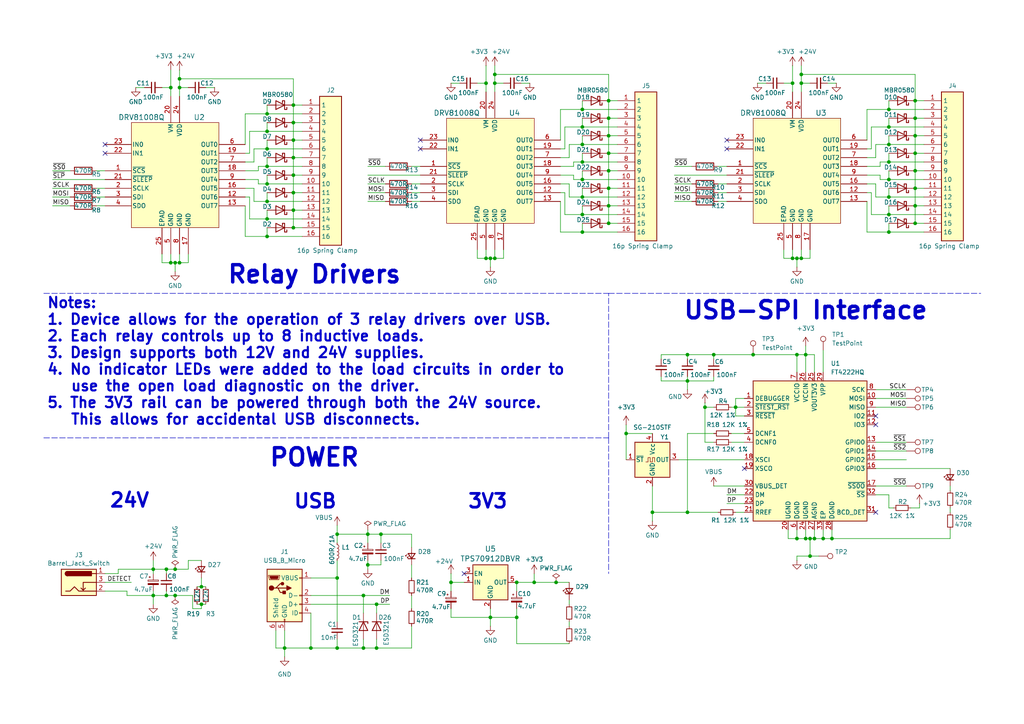
<source format=kicad_sch>
(kicad_sch (version 20231120) (generator "eeschema") (generator_version "8.0")
  (paper "A4")
  (junction (at 140.97 24.13))
  (junction (at 77.47 53.34))
  (junction (at 105.41 187.96))
  (junction (at 257.81 57.15))
  (junction (at 257.81 41.91))
  (junction (at 154.94 168.91))
  (junction (at 168.91 46.99))
  (junction (at 234.95 161.29))
  (junction (at 233.68 102.87))
  (junction (at 77.47 38.1))
  (junction (at 97.79 154.94))
  (junction (at 105.41 172.72))
  (junction (at 77.47 63.5))
  (junction (at 204.47 118.11))
  (junction (at 257.81 31.75))
  (junction (at 231.14 102.87))
  (junction (at 234.95 156.21))
  (junction (at 199.39 148.59))
  (junction (at 232.41 21.59))
  (junction (at 176.53 49.53))
  (junction (at 238.76 156.21))
  (junction (at 109.22 175.26))
  (junction (at 85.09 30.48))
  (junction (at 49.53 76.2))
  (junction (at 181.61 125.73))
  (junction (at 149.86 168.91))
  (junction (at 44.45 165.1))
  (junction (at 176.53 39.37))
  (junction (at 106.68 163.83))
  (junction (at 85.09 35.56))
  (junction (at 265.43 44.45))
  (junction (at 106.68 154.94))
  (junction (at 213.36 118.11))
  (junction (at 143.51 24.13))
  (junction (at 50.8 76.2))
  (junction (at 232.41 24.13))
  (junction (at 257.81 46.99))
  (junction (at 176.53 29.21))
  (junction (at 77.47 43.18))
  (junction (at 77.47 58.42))
  (junction (at 85.09 50.8))
  (junction (at 265.43 49.53))
  (junction (at 241.3 156.21))
  (junction (at 231.14 156.21))
  (junction (at 44.45 172.72))
  (junction (at 189.23 148.59))
  (junction (at 90.17 187.96))
  (junction (at 265.43 54.61))
  (junction (at 77.47 48.26))
  (junction (at 109.22 187.96))
  (junction (at 97.79 187.96))
  (junction (at 149.86 179.07))
  (junction (at 168.91 62.23))
  (junction (at 265.43 39.37))
  (junction (at 142.24 179.07))
  (junction (at 199.39 102.87))
  (junction (at 143.51 21.59))
  (junction (at 85.09 60.96))
  (junction (at 218.44 102.87))
  (junction (at 168.91 31.75))
  (junction (at 236.22 156.21))
  (junction (at 233.68 156.21))
  (junction (at 199.39 110.49))
  (junction (at 229.87 24.13))
  (junction (at 168.91 36.83))
  (junction (at 49.53 25.4))
  (junction (at 85.09 55.88))
  (junction (at 143.51 74.93))
  (junction (at 232.41 74.93))
  (junction (at 265.43 59.69))
  (junction (at 168.91 57.15))
  (junction (at 176.53 64.77))
  (junction (at 257.81 62.23))
  (junction (at 52.07 25.4))
  (junction (at 176.53 59.69))
  (junction (at 231.14 74.93))
  (junction (at 77.47 33.02))
  (junction (at 58.42 175.26))
  (junction (at 265.43 34.29))
  (junction (at 176.53 44.45))
  (junction (at 161.29 168.91))
  (junction (at 257.81 36.83))
  (junction (at 52.07 76.2))
  (junction (at 130.81 168.91))
  (junction (at 176.53 54.61))
  (junction (at 207.01 102.87))
  (junction (at 257.81 52.07))
  (junction (at 168.91 52.07))
  (junction (at 168.91 41.91))
  (junction (at 82.55 187.96))
  (junction (at 229.87 74.93))
  (junction (at 168.91 67.31))
  (junction (at 85.09 45.72))
  (junction (at 77.47 68.58))
  (junction (at 140.97 74.93))
  (junction (at 142.24 74.93))
  (junction (at 52.07 22.86))
  (junction (at 48.26 165.1))
  (junction (at 48.26 172.72))
  (junction (at 176.53 34.29))
  (junction (at 265.43 29.21))
  (junction (at 110.49 154.94))
  (junction (at 50.8 172.72))
  (junction (at 85.09 66.04))
  (junction (at 257.81 67.31))
  (junction (at 50.8 165.1))
  (junction (at 58.42 170.18))
  (junction (at 97.79 167.64))
  (junction (at 85.09 40.64))
  (junction (at 265.43 64.77))
  (no_connect (at 210.82 40.64))
  (no_connect (at 254 120.65))
  (no_connect (at 30.48 41.91))
  (no_connect (at 30.48 44.45))
  (no_connect (at 121.92 40.64))
  (no_connect (at 254 123.19))
  (no_connect (at 134.62 166.37))
  (no_connect (at 254 148.59))
  (no_connect (at 121.92 43.18))
  (no_connect (at 215.9 135.89))
  (no_connect (at 210.82 43.18))
  (wire (pts (xy 252.73 55.88) (xy 252.73 62.23)))
  (wire (pts (xy 71.12 33.02) (xy 77.47 33.02)))
  (wire (pts (xy 257.81 57.15) (xy 257.81 54.61)))
  (wire (pts (xy 165.1 53.34) (xy 165.1 57.15)))
  (wire (pts (xy 254 135.89) (xy 275.59 135.89)))
  (wire (pts (xy 48.26 165.1) (xy 48.26 166.37)))
  (wire (pts (xy 71.12 59.69) (xy 71.12 68.58)))
  (wire (pts (xy 265.43 44.45) (xy 267.97 44.45)))
  (wire (pts (xy 140.97 24.13) (xy 140.97 26.67)))
  (wire (pts (xy 44.45 165.1) (xy 48.26 165.1)))
  (wire (pts (xy 162.56 31.75) (xy 168.91 31.75)))
  (wire (pts (xy 74.93 48.26) (xy 77.47 48.26)))
  (wire (pts (xy 168.91 57.15) (xy 179.07 57.15)))
  (wire (pts (xy 251.46 53.34) (xy 254 53.34)))
  (wire (pts (xy 168.91 62.23) (xy 179.07 62.23)))
  (wire (pts (xy 109.22 175.26) (xy 113.03 175.26)))
  (wire (pts (xy 227.33 24.13) (xy 229.87 24.13)))
  (wire (pts (xy 166.37 48.26) (xy 166.37 46.99)))
  (wire (pts (xy 82.55 187.96) (xy 90.17 187.96)))
  (wire (pts (xy 52.07 22.86) (xy 52.07 25.4)))
  (wire (pts (xy 36.83 171.45) (xy 30.48 171.45)))
  (wire (pts (xy 176.53 44.45) (xy 176.53 49.53)))
  (wire (pts (xy 71.12 41.91) (xy 71.12 33.02)))
  (wire (pts (xy 227.33 74.93) (xy 229.87 74.93)))
  (wire (pts (xy 231.14 74.93) (xy 232.41 74.93)))
  (wire (pts (xy 109.22 187.96) (xy 119.38 187.96)))
  (wire (pts (xy 105.41 187.96) (xy 97.79 187.96)))
  (wire (pts (xy 52.07 73.66) (xy 52.07 76.2)))
  (wire (pts (xy 46.99 73.66) (xy 46.99 76.2)))
  (wire (pts (xy 232.41 21.59) (xy 232.41 24.13)))
  (wire (pts (xy 238.76 156.21) (xy 241.3 156.21)))
  (wire (pts (xy 119.38 154.94) (xy 119.38 158.75)))
  (wire (pts (xy 168.91 67.31) (xy 179.07 67.31)))
  (wire (pts (xy 265.43 59.69) (xy 267.97 59.69)))
  (wire (pts (xy 110.49 154.94) (xy 110.49 157.48)))
  (wire (pts (xy 232.41 21.59) (xy 265.43 21.59)))
  (wire (pts (xy 55.88 172.72) (xy 50.8 172.72)))
  (wire (pts (xy 208.28 53.34) (xy 210.82 53.34)))
  (wire (pts (xy 234.95 156.21) (xy 234.95 161.29)))
  (wire (pts (xy 34.29 166.37) (xy 30.48 166.37)))
  (wire (pts (xy 251.46 31.75) (xy 257.81 31.75)))
  (wire (pts (xy 265.43 39.37) (xy 265.43 44.45)))
  (wire (pts (xy 49.53 25.4) (xy 49.53 27.94)))
  (wire (pts (xy 46.99 25.4) (xy 49.53 25.4)))
  (wire (pts (xy 71.12 57.15) (xy 72.39 57.15)))
  (wire (pts (xy 130.81 24.13) (xy 133.35 24.13)))
  (polyline (pts (xy 176.53 85.09) (xy 284.48 85.09)) (stroke (width 0) (type dash)))
  (wire (pts (xy 77.47 68.58) (xy 87.63 68.58)))
  (wire (pts (xy 50.8 165.1) (xy 54.61 165.1)))
  (wire (pts (xy 80.01 182.88) (xy 80.01 187.96)))
  (wire (pts (xy 275.59 147.32) (xy 275.59 148.59)))
  (wire (pts (xy 50.8 76.2) (xy 52.07 76.2)))
  (wire (pts (xy 143.51 72.39) (xy 143.51 74.93)))
  (wire (pts (xy 58.42 167.64) (xy 58.42 170.18)))
  (wire (pts (xy 74.93 53.34) (xy 77.47 53.34)))
  (wire (pts (xy 105.41 185.42) (xy 105.41 187.96)))
  (wire (pts (xy 71.12 46.99) (xy 73.66 46.99)))
  (wire (pts (xy 208.28 55.88) (xy 210.82 55.88)))
  (wire (pts (xy 85.09 60.96) (xy 87.63 60.96)))
  (wire (pts (xy 109.22 185.42) (xy 109.22 187.96)))
  (wire (pts (xy 54.61 162.56) (xy 58.42 162.56)))
  (wire (pts (xy 49.53 20.32) (xy 49.53 25.4)))
  (wire (pts (xy 58.42 175.26) (xy 58.42 176.53)))
  (wire (pts (xy 168.91 52.07) (xy 168.91 49.53)))
  (wire (pts (xy 52.07 20.32) (xy 52.07 22.86)))
  (wire (pts (xy 233.68 102.87) (xy 233.68 107.95)))
  (wire (pts (xy 215.9 120.65) (xy 213.36 120.65)))
  (wire (pts (xy 199.39 110.49) (xy 199.39 113.03)))
  (wire (pts (xy 57.15 170.18) (xy 58.42 170.18)))
  (wire (pts (xy 265.43 34.29) (xy 265.43 39.37)))
  (wire (pts (xy 52.07 25.4) (xy 52.07 27.94)))
  (wire (pts (xy 181.61 125.73) (xy 189.23 125.73)))
  (wire (pts (xy 199.39 125.73) (xy 199.39 148.59)))
  (wire (pts (xy 58.42 176.53) (xy 55.88 176.53)))
  (wire (pts (xy 71.12 68.58) (xy 77.47 68.58)))
  (wire (pts (xy 257.81 67.31) (xy 267.97 67.31)))
  (wire (pts (xy 265.43 49.53) (xy 265.43 54.61)))
  (wire (pts (xy 257.81 147.32) (xy 259.08 147.32)))
  (polyline (pts (xy 176.53 127) (xy 176.53 85.09)) (stroke (width 0) (type dash)))
  (wire (pts (xy 275.59 140.97) (xy 275.59 142.24)))
  (wire (pts (xy 255.27 52.07) (xy 257.81 52.07)))
  (wire (pts (xy 218.44 102.87) (xy 231.14 102.87)))
  (wire (pts (xy 176.53 44.45) (xy 179.07 44.45)))
  (wire (pts (xy 229.87 74.93) (xy 231.14 74.93)))
  (wire (pts (xy 162.56 40.64) (xy 162.56 31.75)))
  (wire (pts (xy 77.47 66.04) (xy 77.47 68.58)))
  (wire (pts (xy 234.95 156.21) (xy 236.22 156.21)))
  (wire (pts (xy 204.47 118.11) (xy 204.47 128.27)))
  (wire (pts (xy 49.53 73.66) (xy 49.53 76.2)))
  (wire (pts (xy 238.76 153.67) (xy 238.76 156.21)))
  (wire (pts (xy 162.56 53.34) (xy 165.1 53.34)))
  (wire (pts (xy 140.97 74.93) (xy 142.24 74.93)))
  (wire (pts (xy 195.58 48.26) (xy 200.66 48.26)))
  (wire (pts (xy 232.41 74.93) (xy 234.95 74.93)))
  (wire (pts (xy 265.43 59.69) (xy 265.43 64.77)))
  (wire (pts (xy 140.97 19.05) (xy 140.97 24.13)))
  (wire (pts (xy 163.83 55.88) (xy 163.83 62.23)))
  (wire (pts (xy 191.77 109.22) (xy 191.77 110.49)))
  (wire (pts (xy 77.47 63.5) (xy 87.63 63.5)))
  (wire (pts (xy 77.47 58.42) (xy 77.47 55.88)))
  (wire (pts (xy 72.39 38.1) (xy 77.47 38.1)))
  (wire (pts (xy 161.29 168.91) (xy 165.1 168.91)))
  (wire (pts (xy 140.97 72.39) (xy 140.97 74.93)))
  (wire (pts (xy 207.01 140.97) (xy 215.9 140.97)))
  (wire (pts (xy 176.53 29.21) (xy 176.53 34.29)))
  (wire (pts (xy 44.45 171.45) (xy 44.45 172.72)))
  (wire (pts (xy 85.09 35.56) (xy 87.63 35.56)))
  (wire (pts (xy 176.53 54.61) (xy 176.53 59.69)))
  (wire (pts (xy 254 128.27) (xy 262.89 128.27)))
  (wire (pts (xy 34.29 166.37) (xy 34.29 165.1)))
  (wire (pts (xy 72.39 57.15) (xy 72.39 63.5)))
  (wire (pts (xy 82.55 187.96) (xy 82.55 190.5)))
  (wire (pts (xy 106.68 48.26) (xy 111.76 48.26)))
  (wire (pts (xy 196.85 133.35) (xy 215.9 133.35)))
  (wire (pts (xy 138.43 74.93) (xy 140.97 74.93)))
  (wire (pts (xy 77.47 43.18) (xy 77.47 40.64)))
  (wire (pts (xy 189.23 140.97) (xy 189.23 148.59)))
  (wire (pts (xy 39.37 25.4) (xy 41.91 25.4)))
  (wire (pts (xy 257.81 64.77) (xy 257.81 67.31)))
  (wire (pts (xy 77.47 53.34) (xy 87.63 53.34)))
  (wire (pts (xy 52.07 76.2) (xy 54.61 76.2)))
  (wire (pts (xy 87.63 66.04) (xy 85.09 66.04)))
  (wire (pts (xy 77.47 30.48) (xy 77.47 33.02)))
  (wire (pts (xy 80.01 187.96) (xy 82.55 187.96)))
  (wire (pts (xy 27.94 54.61) (xy 30.48 54.61)))
  (wire (pts (xy 252.73 43.18) (xy 252.73 36.83)))
  (wire (pts (xy 264.16 147.32) (xy 266.7 147.32)))
  (wire (pts (xy 142.24 179.07) (xy 130.81 179.07)))
  (wire (pts (xy 168.91 36.83) (xy 179.07 36.83)))
  (wire (pts (xy 257.81 143.51) (xy 254 143.51)))
  (wire (pts (xy 82.55 182.88) (xy 82.55 187.96)))
  (wire (pts (xy 97.79 154.94) (xy 97.79 157.48)))
  (wire (pts (xy 236.22 102.87) (xy 236.22 107.95)))
  (wire (pts (xy 234.95 72.39) (xy 234.95 74.93)))
  (wire (pts (xy 106.68 58.42) (xy 111.76 58.42)))
  (wire (pts (xy 265.43 54.61) (xy 267.97 54.61)))
  (wire (pts (xy 236.22 153.67) (xy 236.22 156.21)))
  (wire (pts (xy 138.43 24.13) (xy 140.97 24.13)))
  (wire (pts (xy 232.41 24.13) (xy 232.41 26.67)))
  (wire (pts (xy 213.36 118.11) (xy 213.36 115.57)))
  (wire (pts (xy 252.73 62.23) (xy 257.81 62.23)))
  (wire (pts (xy 130.81 168.91) (xy 130.81 171.45)))
  (wire (pts (xy 254 133.35) (xy 262.89 133.35)))
  (wire (pts (xy 199.39 110.49) (xy 207.01 110.49)))
  (wire (pts (xy 162.56 58.42) (xy 162.56 67.31)))
  (wire (pts (xy 257.81 46.99) (xy 257.81 44.45)))
  (wire (pts (xy 176.53 39.37) (xy 179.07 39.37)))
  (wire (pts (xy 168.91 46.99) (xy 179.07 46.99)))
  (wire (pts (xy 110.49 154.94) (xy 119.38 154.94)))
  (wire (pts (xy 15.24 52.07) (xy 30.48 52.07)))
  (wire (pts (xy 168.91 41.91) (xy 179.07 41.91)))
  (wire (pts (xy 119.38 58.42) (xy 121.92 58.42)))
  (wire (pts (xy 199.39 102.87) (xy 191.77 102.87)))
  (wire (pts (xy 154.94 168.91) (xy 161.29 168.91)))
  (wire (pts (xy 73.66 46.99) (xy 73.66 43.18)))
  (wire (pts (xy 85.09 30.48) (xy 87.63 30.48)))
  (wire (pts (xy 257.81 41.91) (xy 257.81 39.37)))
  (wire (pts (xy 207.01 125.73) (xy 199.39 125.73)))
  (wire (pts (xy 71.12 49.53) (xy 74.93 49.53)))
  (wire (pts (xy 106.68 55.88) (xy 111.76 55.88)))
  (wire (pts (xy 168.91 29.21) (xy 168.91 31.75)))
  (wire (pts (xy 213.36 118.11) (xy 215.9 118.11)))
  (wire (pts (xy 166.37 50.8) (xy 166.37 52.07)))
  (wire (pts (xy 168.91 31.75) (xy 179.07 31.75)))
  (wire (pts (xy 15.24 59.69) (xy 20.32 59.69)))
  (wire (pts (xy 213.36 115.57) (xy 215.9 115.57)))
  (wire (pts (xy 212.09 118.11) (xy 213.36 118.11)))
  (wire (pts (xy 138.43 72.39) (xy 138.43 74.93)))
  (wire (pts (xy 119.38 163.83) (xy 119.38 167.64)))
  (wire (pts (xy 154.94 166.37) (xy 154.94 168.91)))
  (wire (pts (xy 119.38 172.72) (xy 119.38 176.53)))
  (wire (pts (xy 85.09 30.48) (xy 85.09 35.56)))
  (wire (pts (xy 97.79 154.94) (xy 106.68 154.94)))
  (wire (pts (xy 207.01 102.87) (xy 207.01 104.14)))
  (wire (pts (xy 215.9 143.51) (xy 210.82 143.51)))
  (wire (pts (xy 85.09 55.88) (xy 85.09 60.96)))
  (wire (pts (xy 85.09 35.56) (xy 85.09 40.64)))
  (wire (pts (xy 142.24 179.07) (xy 142.24 181.61)))
  (wire (pts (xy 228.6 156.21) (xy 231.14 156.21)))
  (wire (pts (xy 240.03 24.13) (xy 242.57 24.13)))
  (wire (pts (xy 231.14 102.87) (xy 233.68 102.87)))
  (wire (pts (xy 265.43 54.61) (xy 265.43 59.69)))
  (wire (pts (xy 199.39 148.59) (xy 208.28 148.59)))
  (wire (pts (xy 191.77 110.49) (xy 199.39 110.49)))
  (wire (pts (xy 106.68 153.67) (xy 106.68 154.94)))
  (wire (pts (xy 106.68 50.8) (xy 121.92 50.8)))
  (wire (pts (xy 149.86 176.53) (xy 149.86 179.07)))
  (wire (pts (xy 231.14 153.67) (xy 231.14 156.21)))
  (wire (pts (xy 58.42 170.18) (xy 59.69 170.18)))
  (wire (pts (xy 266.7 147.32) (xy 266.7 146.05)))
  (wire (pts (xy 166.37 46.99) (xy 168.91 46.99)))
  (wire (pts (xy 251.46 45.72) (xy 254 45.72)))
  (wire (pts (xy 106.68 154.94) (xy 110.49 154.94)))
  (wire (pts (xy 241.3 156.21) (xy 275.59 156.21)))
  (wire (pts (xy 57.15 175.26) (xy 58.42 175.26)))
  (wire (pts (xy 265.43 49.53) (xy 267.97 49.53)))
  (wire (pts (xy 142.24 74.93) (xy 142.24 77.47)))
  (wire (pts (xy 233.68 100.33) (xy 233.68 102.87)))
  (wire (pts (xy 130.81 179.07) (xy 130.81 176.53)))
  (wire (pts (xy 130.81 168.91) (xy 134.62 168.91)))
  (wire (pts (xy 143.51 24.13) (xy 143.51 26.67)))
  (wire (pts (xy 168.91 64.77) (xy 168.91 67.31)))
  (wire (pts (xy 219.71 24.13) (xy 222.25 24.13)))
  (wire (pts (xy 241.3 153.67) (xy 241.3 156.21)))
  (wire (pts (xy 73.66 54.61) (xy 73.66 58.42)))
  (wire (pts (xy 252.73 36.83) (xy 257.81 36.83)))
  (wire (pts (xy 36.83 172.72) (xy 44.45 172.72)))
  (wire (pts (xy 257.81 31.75) (xy 267.97 31.75)))
  (wire (pts (xy 165.1 45.72) (xy 165.1 41.91)))
  (wire (pts (xy 267.97 64.77) (xy 265.43 64.77)))
  (wire (pts (xy 255.27 46.99) (xy 257.81 46.99)))
  (wire (pts (xy 72.39 63.5) (xy 77.47 63.5)))
  (wire (pts (xy 207.01 110.49) (xy 207.01 109.22)))
  (wire (pts (xy 265.43 39.37) (xy 267.97 39.37)))
  (wire (pts (xy 52.07 25.4) (xy 54.61 25.4)))
  (wire (pts (xy 251.46 40.64) (xy 251.46 31.75)))
  (wire (pts (xy 27.94 59.69) (xy 30.48 59.69)))
  (wire (pts (xy 44.45 162.56) (xy 44.45 165.1)))
  (wire (pts (xy 162.56 48.26) (xy 166.37 48.26)))
  (wire (pts (xy 195.58 55.88) (xy 200.66 55.88)))
  (wire (pts (xy 85.09 45.72) (xy 85.09 50.8)))
  (wire (pts (xy 143.51 74.93) (xy 146.05 74.93)))
  (wire (pts (xy 199.39 102.87) (xy 199.39 104.14)))
  (wire (pts (xy 97.79 162.56) (xy 97.79 167.64)))
  (wire (pts (xy 191.77 102.87) (xy 191.77 104.14)))
  (wire (pts (xy 176.53 29.21) (xy 179.07 29.21)))
  (wire (pts (xy 30.48 168.91) (xy 38.1 168.91)))
  (wire (pts (xy 238.76 101.6) (xy 238.76 107.95)))
  (wire (pts (xy 165.1 41.91) (xy 168.91 41.91)))
  (wire (pts (xy 179.07 64.77) (xy 176.53 64.77)))
  (wire (pts (xy 49.53 76.2) (xy 50.8 76.2)))
  (wire (pts (xy 257.81 52.07) (xy 267.97 52.07)))
  (wire (pts (xy 106.68 163.83) (xy 106.68 162.56)))
  (wire (pts (xy 48.26 165.1) (xy 50.8 165.1)))
  (wire (pts (xy 77.47 58.42) (xy 87.63 58.42)))
  (wire (pts (xy 176.53 54.61) (xy 179.07 54.61)))
  (wire (pts (xy 74.93 49.53) (xy 74.93 48.26)))
  (wire (pts (xy 176.53 49.53) (xy 179.07 49.53)))
  (wire (pts (xy 77.47 48.26) (xy 87.63 48.26)))
  (wire (pts (xy 106.68 154.94) (xy 106.68 157.48)))
  (wire (pts (xy 149.86 168.91) (xy 149.86 171.45)))
  (wire (pts (xy 163.83 43.18) (xy 163.83 36.83)))
  (wire (pts (xy 106.68 163.83) (xy 106.68 165.1)))
  (wire (pts (xy 44.45 165.1) (xy 44.45 166.37)))
  (wire (pts (xy 90.17 167.64) (xy 97.79 167.64)))
  (wire (pts (xy 176.53 59.69) (xy 179.07 59.69)))
  (wire (pts (xy 208.28 58.42) (xy 210.82 58.42)))
  (wire (pts (xy 110.49 162.56) (xy 110.49 163.83)))
  (wire (pts (xy 233.68 102.87) (xy 236.22 102.87)))
  (wire (pts (xy 195.58 58.42) (xy 200.66 58.42)))
  (wire (pts (xy 27.94 49.53) (xy 30.48 49.53)))
  (wire (pts (xy 77.47 38.1) (xy 87.63 38.1)))
  (wire (pts (xy 97.79 167.64) (xy 97.79 180.34)))
  (wire (pts (xy 77.47 33.02) (xy 87.63 33.02)))
  (wire (pts (xy 176.53 34.29) (xy 179.07 34.29)))
  (wire (pts (xy 71.12 44.45) (xy 72.39 44.45)))
  (wire (pts (xy 110.49 163.83) (xy 106.68 163.83)))
  (wire (pts (xy 204.47 118.11) (xy 204.47 116.84)))
  (wire (pts (xy 229.87 72.39) (xy 229.87 74.93)))
  (wire (pts (xy 162.56 50.8) (xy 166.37 50.8)))
  (wire (pts (xy 189.23 148.59) (xy 189.23 151.13)))
  (wire (pts (xy 257.81 62.23) (xy 257.81 59.69)))
  (wire (pts (xy 199.39 109.22) (xy 199.39 110.49)))
  (wire (pts (xy 168.91 57.15) (xy 168.91 54.61)))
  (wire (pts (xy 208.28 48.26) (xy 210.82 48.26)))
  (wire (pts (xy 44.45 172.72) (xy 48.26 172.72)))
  (wire (pts (xy 199.39 102.87) (xy 207.01 102.87)))
  (wire (pts (xy 207.01 102.87) (xy 218.44 102.87)))
  (wire (pts (xy 227.33 72.39) (xy 227.33 74.93)))
  (wire (pts (xy 143.51 21.59) (xy 176.53 21.59)))
  (wire (pts (xy 162.56 43.18) (xy 163.83 43.18)))
  (wire (pts (xy 229.87 24.13) (xy 229.87 26.67)))
  (wire (pts (xy 231.14 74.93) (xy 231.14 77.47)))
  (wire (pts (xy 275.59 156.21) (xy 275.59 153.67)))
  (wire (pts (xy 195.58 50.8) (xy 210.82 50.8)))
  (wire (pts (xy 265.43 21.59) (xy 265.43 29.21)))
  (wire (pts (xy 189.23 148.59) (xy 199.39 148.59)))
  (wire (pts (xy 90.17 175.26) (xy 109.22 175.26)))
  (wire (pts (xy 72.39 44.45) (xy 72.39 38.1)))
  (wire (pts (xy 15.24 49.53) (xy 20.32 49.53)))
  (wire (pts (xy 254 130.81) (xy 262.89 130.81)))
  (wire (pts (xy 36.83 172.72) (xy 36.83 171.45)))
  (wire (pts (xy 215.9 146.05) (xy 210.82 146.05)))
  (wire (pts (xy 142.24 176.53) (xy 142.24 179.07)))
  (wire (pts (xy 74.93 52.07) (xy 74.93 53.34)))
  (wire (pts (xy 142.24 74.93) (xy 143.51 74.93)))
  (wire (pts (xy 90.17 187.96) (xy 90.17 177.8)))
  (wire (pts (xy 168.91 62.23) (xy 168.91 59.69)))
  (wire (pts (xy 162.56 67.31) (xy 168.91 67.31)))
  (wire (pts (xy 85.09 40.64) (xy 87.63 40.64)))
  (wire (pts (xy 15.24 57.15) (xy 20.32 57.15)))
  (wire (pts (xy 85.09 50.8) (xy 87.63 50.8)))
  (polyline (pts (xy 12.7 85.09) (xy 176.53 85.09)) (stroke (width 0) (type dash)))
  (wire (pts (xy 257.81 52.07) (xy 257.81 49.53)))
  (wire (pts (xy 85.09 45.72) (xy 87.63 45.72)))
  (wire (pts (xy 176.53 39.37) (xy 176.53 44.45)))
  (wire (pts (xy 257.81 46.99) (xy 267.97 46.99)))
  (wire (pts (xy 146.05 72.39) (xy 146.05 74.93)))
  (wire (pts (xy 71.12 52.07) (xy 74.93 52.07)))
  (wire (pts (xy 55.88 176.53) (xy 55.88 172.72)))
  (wire (pts (xy 231.14 107.95) (xy 231.14 102.87)))
  (wire (pts (xy 90.17 172.72) (xy 105.41 172.72)))
  (wire (pts (xy 165.1 173.99) (xy 165.1 175.26)))
  (polyline (pts (xy 12.7 127) (xy 176.53 127)) (stroke (width 0) (type dash)))
  (wire (pts (xy 229.87 19.05) (xy 229.87 24.13)))
  (wire (pts (xy 119.38 187.96) (xy 119.38 181.61)))
  (wire (pts (xy 85.09 55.88) (xy 87.63 55.88)))
  (wire (pts (xy 257.81 147.32) (xy 257.81 143.51)))
  (wire (pts (xy 97.79 185.42) (xy 97.79 187.96)))
  (wire (pts (xy 119.38 48.26) (xy 121.92 48.26)))
  (wire (pts (xy 44.45 172.72) (xy 44.45 175.26)))
  (wire (pts (xy 165.1 180.34) (xy 165.1 181.61)))
  (wire (pts (xy 58.42 175.26) (xy 59.69 175.26)))
  (wire (pts (xy 257.81 41.91) (xy 267.97 41.91)))
  (wire (pts (xy 257.81 36.83) (xy 267.97 36.83)))
  (wire (pts (xy 119.38 53.34) (xy 121.92 53.34)))
  (polyline (pts (xy 176.53 127) (xy 176.53 166.37)) (stroke (width 0) (type dash)))
  (wire (pts (xy 151.13 24.13) (xy 153.67 24.13)))
  (wire (pts (xy 254 118.11) (xy 262.89 118.11)))
  (wire (pts (xy 77.47 53.34) (xy 77.47 50.8)))
  (wire (pts (xy 77.47 43.18) (xy 87.63 43.18)))
  (wire (pts (xy 254 45.72) (xy 254 41.91)))
  (wire (pts (xy 232.41 24.13) (xy 234.95 24.13)))
  (wire (pts (xy 149.86 186.69) (xy 149.86 179.07)))
  (wire (pts (xy 215.9 128.27) (xy 212.09 128.27)))
  (wire (pts (xy 232.41 72.39) (xy 232.41 74.93)))
  (wire (pts (xy 85.09 60.96) (xy 85.09 66.04)))
  (wire (pts (xy 106.68 53.34) (xy 111.76 53.34)))
  (wire (pts (xy 109.22 175.26) (xy 109.22 177.8)))
  (wire (pts (xy 195.58 53.34) (xy 200.66 53.34)))
  (wire (pts (xy 254 113.03) (xy 262.89 113.03)))
  (wire (pts (xy 228.6 153.67) (xy 228.6 156.21)))
  (wire (pts (xy 97.79 152.4) (xy 97.79 154.94)))
  (wire (pts (xy 204.47 128.27) (xy 207.01 128.27)))
  (wire (pts (xy 254 115.57) (xy 262.89 115.57)))
  (wire (pts (xy 254 57.15) (xy 257.81 57.15)))
  (wire (pts (xy 251.46 58.42) (xy 251.46 67.31)))
  (wire (pts (xy 251.46 67.31) (xy 257.81 67.31)))
  (wire (pts (xy 251.46 50.8) (xy 255.27 50.8)))
  (wire (pts (xy 48.26 171.45) (xy 48.26 172.72)))
  (wire (pts (xy 162.56 45.72) (xy 165.1 45.72)))
  (wire (pts (xy 73.66 58.42) (xy 77.47 58.42)))
  (wire (pts (xy 213.36 120.65) (xy 213.36 118.11)))
  (wire (pts (xy 73.66 43.18) (xy 77.47 43.18)))
  (wire (pts (xy 143.51 19.05) (xy 143.51 21.59)))
  (wire (pts (xy 265.43 44.45) (xy 265.43 49.53)))
  (wire (pts (xy 50.8 76.2) (xy 50.8 78.74)))
  (wire (pts (xy 265.43 34.29) (xy 267.97 34.29)))
  (wire (pts (xy 130.81 166.37) (xy 130.81 168.91)))
  (wire (pts (xy 181.61 133.35) (xy 181.61 125.73)))
  (wire (pts (xy 163.83 36.83) (xy 168.91 36.83)))
  (wire (pts (xy 143.51 24.13) (xy 146.05 24.13)))
  (wire (pts (xy 168.91 36.83) (xy 168.91 34.29)))
  (wire (pts (xy 34.29 165.1) (xy 44.45 165.1)))
  (wire (pts (xy 119.38 55.88) (xy 121.92 55.88)))
  (wire (pts (xy 176.53 49.53) (xy 176.53 54.61)))
  (wire (pts (xy 236.22 156.21) (xy 238.76 156.21)))
  (wire (pts (xy 254 140.97) (xy 262.89 140.97)))
  (wire (pts (xy 105.41 172.72) (xy 105.41 177.8)))
  (wire (pts (xy 254 41.91) (xy 257.81 41.91)))
  (wire (pts (xy 255.27 50.8) (xy 255.27 52.07)))
  (wire (pts (xy 176.53 21.59) (xy 176.53 29.21)))
  (wire (pts (xy 251.46 48.26) (xy 255.27 48.26)))
  (wire (pts (xy 255.27 48.26) (xy 255.27 46.99)))
  (wire (pts (xy 233.68 153.67) (xy 233.68 156.21)))
  (wire (pts (xy 207.01 118.11) (xy 204.47 118.11)))
  (wire (pts (xy 142.24 179.07) (xy 149.86 179.07)))
  (wire (pts (xy 231.14 161.29) (xy 231.14 162.56)))
  (wire (pts (xy 52.07 22.86) (xy 85.09 22.86)))
  (wire (pts (xy 165.1 186.69) (xy 149.86 186.69)))
  (wire (pts (xy 176.53 34.29) (xy 176.53 39.37)))
  (wire (pts (xy 143.51 21.59) (xy 143.51 24.13)))
  (wire (pts (xy 165.1 57.15) (xy 168.91 57.15)))
  (wire (pts (xy 109.22 187.96) (xy 105.41 187.96)))
  (wire (pts (xy 46.99 76.2) (xy 49.53 76.2)))
  (wire (pts (xy 71.12 54.61) (xy 73.66 54.61)))
  (wire (pts (xy 168.91 46.99) (xy 168.91 44.45)))
  (wire (pts (xy 168.91 41.91) (xy 168.91 39.37)))
  (wire (pts (xy 233.68 156.21) (xy 234.95 156.21)))
  (wire (pts (xy 149.86 168.91) (xy 154.94 168.91)))
  (wire (pts (xy 231.14 161.29) (xy 234.95 161.29)))
  (wire (pts (xy 257.81 57.15) (xy 267.97 57.15)))
  (wire (pts (xy 162.56 55.88) (xy 163.83 55.88)))
  (wire (pts (xy 215.9 148.59) (xy 213.36 148.59)))
  (wire (pts (xy 85.09 50.8) (xy 85.09 55.88)))
  (wire (pts (xy 77.47 48.26) (xy 77.47 45.72)))
  (wire (pts (xy 232.41 19.05) (xy 232.41 21.59)))
  (wire (pts (xy 265.43 29.21) (xy 267.97 29.21)))
  (wire (pts (xy 265.43 29.21) (xy 265.43 34.29)))
  (wire (pts (xy 105.41 172.72) (xy 113.03 172.72)))
  (wire (pts (xy 59.69 25.4) (xy 62.23 25.4)))
  (wire (pts (xy 97.79 187.96) (xy 90.17 187.96)))
  (wire (pts (xy 77.47 38.1) (xy 77.47 35.56)))
  (wire (pts (xy 212.09 125.73) (xy 215.9 125.73)))
  (wire (pts (xy 181.61 123.19) (xy 181.61 125.73)))
  (wire (pts (xy 54.61 165.1) (xy 54.61 162.56)))
  (wire (pts (xy 257.81 62.23) (xy 267.97 62.23)))
  (wire (pts (xy 85.09 22.86) (xy 85.09 30.48)))
  (wire (pts (xy 251.46 43.18) (xy 252.73 43.18)))
  (wire (pts (xy 257.81 29.21) (xy 257.81 31.75)))
  (wire (pts (xy 234.95 161.29) (xy 237.49 161.29)))
  (wire (pts (xy 176.53 59.69) (xy 176.53 64.77)))
  (wire (pts (xy 15.24 54.61) (xy 20.32 54.61)))
  (wire (pts (xy 251.46 55.88) (xy 252.73 55.88)))
  (wire (pts (xy 166.37 52.07) (xy 168.91 52.07)))
  (wire (pts (xy 163.83 62.23) (xy 168.91 62.23)))
  (wire (pts (xy 168.91 52.07) (xy 179.07 52.07)))
  (wire (pts (xy 257.81 36.83) (xy 257.81 34.29)))
  (wire (pts (xy 85.09 40.64) (xy 85.09 45.72)))
  (wire (pts (xy 48.26 172.72) (xy 50.8 172.72)))
  (wire (pts (xy 231.14 156.21) (xy 233.68 156.21)))
  (wire (pts (xy 27.94 57.15) (xy 30.48 57.15)))
  (wire (pts (xy 77.47 63.5) (xy 77.47 60.96)))
  (wire (pts (xy 54.61 73.66) (xy 54.61 76.2)))
  (wire (pts (xy 254 53.34) (xy 254 57.15)))
  (text "3V3" (at 141.478 145.542 0) (effects (font (size 4 4) (thickness 0.8) (bold yes))))
  (text "24V" (at 37.592 145.288 0) (effects (font (size 4 4) (thickness 0.8) (bold yes))))
  (text "Relay Drivers" (at 91.186 79.756 0) (effects (font (size 5 5) (thickness 1) (bold yes))))
  (text "USB-SPI Interface" (at 233.68 90.17 0) (effects (font (size 5 5) (thickness 1) (bold yes))))
  (text "USB" (at 91.44 145.542 0) (effects (font (size 4 4) (thickness 0.8) (bold yes))))
  (text "Notes:\n1. Device allows for the operation of 3 relay drivers over USB.\n2. Each relay controls up to 8 inductive loads.\n3. Design supports both 12V and 24V supplies.\n4. No indicator LEDs were added to the load circuits in order to \n   use the open load diagnostic on the driver.\n5. The 3V3 rail can be powered through both the 24V source. \n   This allows for accidental USB disconnects." (at 13.462 104.902 0) (effects (font (size 3 3) (thickness 0.6) (bold yes)) (justify left)))
  (text "POWER" (at 91.186 132.842 0) (effects (font (size 5 5) (thickness 1) (bold yes))))
  (label "DM" (at 210.82 143.51 0))
  (label "SCLK" (at 262.89 113.03 180))
  (label "MISO" (at 195.58 58.42 0))
  (label "~{SS0}" (at 15.24 49.53 0) (effects (font (thickness 0.1588))))
  (label "MOSI" (at 106.68 55.88 0))
  (label "DP" (at 210.82 146.05 0))
  (label "~{SS0}" (at 262.89 140.97 180))
  (label "DM" (at 113.03 172.72 180))
  (label "MISO" (at 262.89 118.11 180))
  (label "~{SS2}" (at 262.89 130.81 180))
  (label "MISO" (at 106.68 58.42 0))
  (label "SCLK" (at 15.24 54.61 0))
  (label "~{SS1}" (at 262.89 128.27 180))
  (label "~{SS0}" (at 195.58 48.26 0) (effects (font (thickness 0.1588))))
  (label "MOSI" (at 195.58 55.88 0))
  (label "MOSI" (at 15.24 57.15 0))
  (label "SCLK" (at 195.58 53.34 0))
  (label "~{SS0}" (at 106.68 48.26 0) (effects (font (thickness 0.1588))))
  (label "DETECT" (at 38.1 168.91 180))
  (label "MISO" (at 15.24 59.69 0))
  (label "SCLK" (at 106.68 53.34 0))
  (label "DP" (at 113.03 175.26 180))
  (label "MOSI" (at 262.89 115.57 180))
  (label "~{SLP}" (at 15.24 52.07 0))
  (symbol (lib_id "Connector:TestPoint") (at 262.89 118.11 270) (unit 1)
    (property "Reference" "TP6" (at 267.208 118.11 90) (effects (justify left)))
    (property "Value" "TestPoint" (effects (hide yes)))
    (property "Footprint" "MountingHole:MountingHole_3.2mm_M3_DIN965_Pad" (effects (hide yes)))
    (property "Description" "test point" (effects (hide yes)))
  )
  (symbol (lib_id "Device:R_Small") (at 275.59 151.13 0) (unit 1)
    (property "Reference" "R25" (at 276.86 150.114 0) (effects (justify left)))
    (property "Value" "470R" (at 276.86 152.146 0) (effects (justify left)))
    (property "Description" "Resistor, small symbol" (effects (hide yes)))
  )
  (symbol (lib_id "power:PWR_FLAG") (at 50.8 172.72 180) (unit 1)
    (property "Reference" "#FLG03" (effects (hide yes)))
    (property "Value" "PWR_FLAG" (at 50.8 180.848 90))
    (property "Description" "Special symbol for telling ERC where power comes from" (effects (hide yes)))
  )
  (symbol (lib_id "Device:C_Small") (at 207.01 106.68 0) (unit 1)
    (property "Reference" "C6" (at 207.264 104.902 0) (effects (justify left)))
    (property "Value" "100nF" (at 207.772 108.712 0) (effects (justify left)))
    (property "Description" "Unpolarized capacitor, small symbol" (effects (hide yes)))
  )
  (symbol (lib_id "Device:R") (at 115.57 58.42 90) (unit 1)
    (property "Reference" "R16" (at 119.38 59.69 90))
    (property "Value" "470R" (at 115.57 58.42 90))
    (property "Description" "Resistor" (effects (hide yes)))
  )
  (symbol (lib_id "power:VBUS") (at 97.79 152.4 0) (unit 1)
    (property "Reference" "#PWR03" (effects (hide yes)))
    (property "Value" "VBUS" (at 93.98 150.114 0))
    (property "Description" "Power symbol creates a global label with name \"VBUS\"" (effects (hide yes)))
  )
  (symbol (lib_id "Device:R_Small") (at 209.55 128.27 270) (unit 1)
    (property "Reference" "R17" (at 208.788 130.302 90) (effects (justify right)))
    (property "Value" "12K 1%" (at 216.916 130.302 90) (effects (justify right)))
    (property "Description" "Resistor, small symbol" (effects (hide yes)))
  )
  (symbol (lib_id "Device:R_Small") (at 119.38 179.07 0) (unit 1)
    (property "Reference" "R20" (at 120.65 178.054 0) (effects (justify left)))
    (property "Value" "470R" (at 120.65 180.086 0) (effects (justify left)))
    (property "Description" "Resistor, small symbol" (effects (hide yes)))
  )
  (symbol (lib_id "custom-components:DRV81008Q") (at 30.48 43.18 0) (unit 1)
    (property "Reference" "U2" (at 56.134 34.036 0) (effects (font (size 1.524 1.524)) (justify left)))
    (property "Value" "DRV81008Q" (at 34.29 34.036 0) (effects (font (size 1.524 1.524)) (justify left)))
    (property "Footprint" "custom-footprints:HTSSOP24_PWP-T_TEX" (effects (hide yes)))
    (property "Datasheet" "PDRV81008QPWPRQ1" (effects (hide yes)))
    (property "Description" "Relay Driver 8 channel SPI" (effects (hide yes)))
  )
  (symbol (lib_id "Diode:MBR0580") (at 261.62 44.45 180) (unit 1)
    (property "Reference" "D13" (at 258.318 43.434 0))
    (property "Value" "MBR0580" (effects (hide yes)))
    (property "Footprint" "Diode_SMD:D_SOD-123" (effects (hide yes)))
    (property "Datasheet" "http://www.mccsemi.com/up_pdf/MBR0520~MBR0580(SOD123).pdf" (effects (hide yes)))
    (property "Description" "80V 0.5A Schottky Power Rectifier Diode, SOD-123" (effects (hide yes)))
  )
  (symbol (lib_id "Connector:TestPoint") (at 262.89 113.03 270) (unit 1)
    (property "Reference" "TP4" (at 267.208 113.03 90) (effects (justify left)))
    (property "Value" "TestPoint" (effects (hide yes)))
    (property "Footprint" "MountingHole:MountingHole_3.2mm_M3_DIN965_Pad" (effects (hide yes)))
    (property "Description" "test point" (effects (hide yes)))
  )
  (symbol (lib_id "Oscillator:SG-210STF") (at 189.23 133.35 0) (unit 1)
    (property "Reference" "Y1" (at 192.786 126.746 0))
    (property "Value" "SG-210STF" (at 189.23 123.952 0))
    (property "Footprint" "Oscillator:Oscillator_SMD_SeikoEpson_SG210-4Pin_2.5x2.0mm" (effects (hide yes)))
    (property "Datasheet" "https://support.epson.biz/td/api/doc_check.php?mode=dl&lang=en&Parts=SG-210STF" (effects (hide yes)))
    (property "Description" "CMOS Crystal Oscillator SPXO" (effects (hide yes)))
  )
  (symbol (lib_id "Device:R") (at 115.57 48.26 90) (unit 1)
    (property "Reference" "R13" (at 119.38 49.276 90))
    (property "Value" "470R" (at 115.57 48.26 90))
    (property "Description" "Resistor" (effects (hide yes)))
  )
  (symbol (lib_id "Device:C_Small") (at 191.77 106.68 0) (unit 1)
    (property "Reference" "C5" (at 192.024 104.902 0) (effects (justify left)))
    (property "Value" "100nF" (at 192.532 108.712 0) (effects (justify left)))
    (property "Description" "Unpolarized capacitor, small symbol" (effects (hide yes)))
  )
  (symbol (lib_id "Diode:MBR0580") (at 81.28 55.88 180) (unit 1)
    (property "Reference" "D4" (at 77.47 54.864 0))
    (property "Value" "MBR0580" (effects (hide yes)))
    (property "Footprint" "Diode_SMD:D_SOD-123" (effects (hide yes)))
    (property "Datasheet" "http://www.mccsemi.com/up_pdf/MBR0520~MBR0580(SOD123).pdf" (effects (hide yes)))
    (property "Description" "80V 0.5A Schottky Power Rectifier Diode, SOD-123" (effects (hide yes)))
  )
  (symbol (lib_id "Diode:MBR0580") (at 172.72 59.69 180) (unit 1)
    (property "Reference" "D24" (at 169.164 58.674 0))
    (property "Value" "MBR0580" (effects (hide yes)))
    (property "Footprint" "Diode_SMD:D_SOD-123" (effects (hide yes)))
    (property "Datasheet" "http://www.mccsemi.com/up_pdf/MBR0520~MBR0580(SOD123).pdf" (effects (hide yes)))
    (property "Description" "80V 0.5A Schottky Power Rectifier Diode, SOD-123" (effects (hide yes)))
  )
  (symbol (lib_id "Device:LED_Small") (at 119.38 161.29 90) (unit 1)
    (property "Reference" "D28" (at 121.158 160.0143 90) (effects (justify right)))
    (property "Value" "LED_Small" (effects (hide yes)))
    (property "Description" "Light emitting diode, small symbol" (effects (hide yes)))
  )
  (symbol (lib_id "Diode:MBR0580") (at 81.28 50.8 180) (unit 1)
    (property "Reference" "D5" (at 77.47 49.784 0))
    (property "Value" "MBR0580" (effects (hide yes)))
    (property "Footprint" "Diode_SMD:D_SOD-123" (effects (hide yes)))
    (property "Datasheet" "http://www.mccsemi.com/up_pdf/MBR0520~MBR0580(SOD123).pdf" (effects (hide yes)))
    (property "Description" "80V 0.5A Schottky Power Rectifier Diode, SOD-123" (effects (hide yes)))
  )
  (symbol (lib_id "Diode:MBR0580") (at 172.72 34.29 180) (unit 1)
    (property "Reference" "D19" (at 169.164 33.274 0))
    (property "Value" "MBR0580" (effects (hide yes)))
    (property "Footprint" "Diode_SMD:D_SOD-123" (effects (hide yes)))
    (property "Datasheet" "http://www.mccsemi.com/up_pdf/MBR0520~MBR0580(SOD123).pdf" (effects (hide yes)))
    (property "Description" "80V 0.5A Schottky Power Rectifier Diode, SOD-123" (effects (hide yes)))
  )
  (symbol (lib_id "Connector:TestPoint") (at 262.89 130.81 270) (unit 1)
    (property "Reference" "TP8" (at 267.208 130.81 90) (effects (justify left)))
    (property "Value" "TestPoint" (effects (hide yes)))
    (property "Footprint" "MountingHole:MountingHole_3.2mm_M3_DIN965_Pad" (effects (hide yes)))
    (property "Description" "test point" (effects (hide yes)))
  )
  (symbol (lib_id "custom-components:TPS70912DBVR") (at 129.54 166.37 0) (unit 1)
    (property "Reference" "U5" (at 142.24 159.1996 0) (effects (font (size 1.524 1.524))))
    (property "Value" "TPS70912DBVR" (at 142.24 162.0325 0) (effects (font (size 1.524 1.524))))
    (property "Footprint" "Custom:DBV5_TEX" (effects (hide yes)))
    (property "Datasheet" "TPS70912DBVR" (effects (hide yes)))
  )
  (symbol (lib_id "Diode:MBR0580") (at 261.62 39.37 180) (unit 1)
    (property "Reference" "D12" (at 258.318 38.354 0))
    (property "Value" "MBR0580" (effects (hide yes)))
    (property "Footprint" "Diode_SMD:D_SOD-123" (effects (hide yes)))
    (property "Datasheet" "http://www.mccsemi.com/up_pdf/MBR0520~MBR0580(SOD123).pdf" (effects (hide yes)))
    (property "Description" "80V 0.5A Schottky Power Rectifier Diode, SOD-123" (effects (hide yes)))
  )
  (symbol (lib_id "Connector:TestPoint") (at 262.89 140.97 270) (unit 1)
    (property "Reference" "TP9" (at 267.208 140.97 90) (effects (justify left)))
    (property "Value" "TestPoint" (effects (hide yes)))
    (property "Footprint" "MountingHole:MountingHole_3.2mm_M3_DIN965_Pad" (effects (hide yes)))
    (property "Description" "test point" (effects (hide yes)))
  )
  (symbol (lib_id "Diode:ESD5Zxx") (at 109.22 181.61 270) (unit 1)
    (property "Reference" "D26" (at 109.728 179.07 90) (effects (justify left)))
    (property "Value" "ESD321" (at 112.014 179.832 0) (effects (justify left)))
    (property "Footprint" "Diode_SMD:D_SOD-523" (effects (hide yes)))
    (property "Datasheet" "https://www.onsemi.com/pdf/datasheet/esd5z2.5t1-d.pdf" (effects (hide yes)))
    (property "Description" "ESD Protection Diode, SOD-523" (effects (hide yes)))
  )
  (symbol (lib_id "power:+3V3") (at 204.47 116.84 0) (mirror y) (unit 1)
    (property "Reference" "#PWR014" (effects (hide yes)))
    (property "Value" "+3V3" (at 207.01 113.538 0))
    (property "Description" "Power symbol creates a global label with name \"+3V3\"" (effects (hide yes)))
  )
  (symbol (lib_id "power:VBUS") (at 207.01 140.97 0) (unit 1)
    (property "Reference" "#PWR012" (effects (hide yes)))
    (property "Value" "VBUS" (at 207.01 136.8369 0))
    (property "Description" "Power symbol creates a global label with name \"VBUS\"" (effects (hide yes)))
  )
  (symbol (lib_id "Connector:Barrel_Jack_Switch") (at 22.86 168.91 0) (unit 1)
    (property "Reference" "J3" (at 22.86 160.9555 0))
    (property "Value" "Barrel_Jack_Switch" (at 22.86 163.3798 0))
    (property "Description" "DC Barrel Jack with an internal switch" (effects (hide yes)))
  )
  (symbol (lib_id "custom-components:DRV81008Q") (at 210.82 41.91 0) (unit 1)
    (property "Reference" "U3" (at 236.474 32.766 0) (effects (font (size 1.524 1.524)) (justify left)))
    (property "Value" "DRV81008Q" (at 214.63 32.766 0) (effects (font (size 1.524 1.524)) (justify left)))
    (property "Footprint" "custom-footprints:HTSSOP24_PWP-T_TEX" (effects (hide yes)))
    (property "Datasheet" "PDRV81008QPWPRQ1" (effects (hide yes)))
    (property "Description" "Relay Driver 8 channel SPI" (effects (hide yes)))
  )
  (symbol (lib_id "power:GND") (at 142.24 181.61 0) (unit 1)
    (property "Reference" "#PWR017" (effects (hide yes)))
    (property "Value" "GND" (at 142.24 185.7431 0))
    (property "Description" "Power symbol creates a global label with name \"GND\" , ground" (effects (hide yes)))
  )
  (symbol (lib_id "power:GND") (at 189.23 151.13 0) (unit 1)
    (property "Reference" "#PWR013" (effects (hide yes)))
    (property "Value" "GND" (at 189.23 155.2631 0))
    (property "Description" "Power symbol creates a global label with name \"GND\" , ground" (effects (hide yes)))
  )
  (symbol (lib_id "Connector:TestPoint") (at 237.49 161.29 270) (unit 1)
    (property "Reference" "TP2" (at 242.189 160.0778 90) (effects (justify left)))
    (property "Value" "TestPoint" (effects (hide yes)))
    (property "Footprint" "MountingHole:MountingHole_3.2mm_M3_DIN965_Pad" (effects (hide yes)))
    (property "Description" "test point" (effects (hide yes)))
  )
  (symbol (lib_id "Device:C_Small") (at 237.49 24.13 90) (unit 1)
    (property "Reference" "C14" (at 242.316 22.86 90) (effects (justify left)))
    (property "Value" "100nF" (at 240.538 26.924 90) (effects (justify left)))
    (property "Description" "Unpolarized capacitor, small symbol" (effects (hide yes)))
  )
  (symbol (lib_id "Diode:ESD5Zxx") (at 105.41 181.61 270) (unit 1)
    (property "Reference" "D1" (at 102.108 179.07 90) (effects (justify left)))
    (property "Value" "ESD321" (at 103.124 180.086 0) (effects (justify left)))
    (property "Footprint" "Diode_SMD:D_SOD-523" (effects (hide yes)))
    (property "Datasheet" "https://www.onsemi.com/pdf/datasheet/esd5z2.5t1-d.pdf" (effects (hide yes)))
    (property "Description" "ESD Protection Diode, SOD-523" (effects (hide yes)))
  )
  (symbol (lib_id "Device:C_Small") (at 224.79 24.13 90) (unit 1)
    (property "Reference" "C13" (at 223.774 22.86 90) (effects (justify left)))
    (property "Value" "100nF" (at 227.838 26.924 90) (effects (justify left)))
    (property "Description" "Unpolarized capacitor, small symbol" (effects (hide yes)))
  )
  (symbol (lib_id "Diode:MBR0580") (at 81.28 40.64 180) (unit 1)
    (property "Reference" "D7" (at 77.47 39.624 0))
    (property "Value" "MBR0580" (effects (hide yes)))
    (property "Footprint" "Diode_SMD:D_SOD-123" (effects (hide yes)))
    (property "Datasheet" "http://www.mccsemi.com/up_pdf/MBR0520~MBR0580(SOD123).pdf" (effects (hide yes)))
    (property "Description" "80V 0.5A Schottky Power Rectifier Diode, SOD-123" (effects (hide yes)))
  )
  (symbol (lib_id "Diode:MBR0580") (at 172.72 54.61 180) (unit 1)
    (property "Reference" "D23" (at 169.164 53.594 0))
    (property "Value" "MBR0580" (effects (hide yes)))
    (property "Footprint" "Diode_SMD:D_SOD-123" (effects (hide yes)))
    (property "Datasheet" "http://www.mccsemi.com/up_pdf/MBR0520~MBR0580(SOD123).pdf" (effects (hide yes)))
    (property "Description" "80V 0.5A Schottky Power Rectifier Diode, SOD-123" (effects (hide yes)))
  )
  (symbol (lib_id "Device:R_Small") (at 261.62 147.32 270) (unit 1)
    (property "Reference" "R2" (at 263.144 145.542 90) (effects (justify right)))
    (property "Value" "12K 1%" (at 265.43 149.606 90) (effects (justify right)))
    (property "Description" "Resistor, small symbol" (effects (hide yes)))
  )
  (symbol (lib_id "Diode:MBR0580") (at 81.28 45.72 180) (unit 1)
    (property "Reference" "D6" (at 77.47 44.704 0))
    (property "Value" "MBR0580" (effects (hide yes)))
    (property "Footprint" "Diode_SMD:D_SOD-123" (effects (hide yes)))
    (property "Datasheet" "http://www.mccsemi.com/up_pdf/MBR0520~MBR0580(SOD123).pdf" (effects (hide yes)))
    (property "Description" "80V 0.5A Schottky Power Rectifier Diode, SOD-123" (effects (hide yes)))
  )
  (symbol (lib_id "power:+3V3") (at 140.97 19.05 0) (unit 1)
    (property "Reference" "#PWR029" (effects (hide yes)))
    (property "Value" "+3V3" (at 138.938 14.986 0))
    (property "Description" "Power symbol creates a global label with name \"+3V3\"" (effects (hide yes)))
  )
  (symbol (lib_id "Device:C_Small") (at 57.15 25.4 90) (unit 1)
    (property "Reference" "C12" (at 61.976 24.13 90) (effects (justify left)))
    (property "Value" "100nF" (at 60.198 28.194 90) (effects (justify left)))
    (property "Description" "Unpolarized capacitor, small symbol" (effects (hide yes)))
  )
  (symbol (lib_id "Device:R_Small") (at 165.1 184.15 0) (unit 1)
    (property "Reference" "R23" (at 166.37 183.134 0) (effects (justify left)))
    (property "Value" "470R" (at 166.37 185.166 0) (effects (justify left)))
    (property "Description" "Resistor, small symbol" (effects (hide yes)))
  )
  (symbol (lib_id "power:+24V") (at 130.81 166.37 0) (unit 1)
    (property "Reference" "#PWR015" (effects (hide yes)))
    (property "Value" "+24V" (at 128.778 162.814 0))
    (property "Description" "Power symbol creates a global label with name \"+24V\"" (effects (hide yes)))
  )
  (symbol (lib_id "Device:C_Small") (at 48.26 168.91 0) (unit 1)
    (property "Reference" "C8" (at 48.514 167.132 0) (effects (justify left)))
    (property "Value" "100nF" (at 49.022 170.942 0) (effects (justify left)))
    (property "Description" "Unpolarized capacitor, small symbol" (effects (hide yes)))
  )
  (symbol (lib_id "custom-components:Phoenix 1989887") (at 267.97 29.21 0) (unit 1)
    (property "Reference" "J4" (at 275.082 24.892 0) (effects (justify left)))
    (property "Value" "16p Spring Clamp" (at 266.446 71.374 0) (effects (justify left)))
    (property "Footprint" "Custom:1989887" (effects (hide yes)))
    (property "Datasheet" "https://datasheet.datasheetarchive.com/originals/distributors/SFDatasheet-2/sf-00059258.pdf" (effects (hide yes)))
    (property "Description" "PCB terminal block, nominal current: 2 A, rated voltage (III/2): 250 V, nominal cross section: 0.5 mm, number of potentials: 16, number of rows: 1, number of positions per row: 16, product range: PTSA 0,5, pitch: 2.5 mm, connection method: Push-in spring connection, mounting: Wave soldering, conductor/PCB connection direction: 45 , color: green, Pin layout: Linear pinning, Solder pin [P]: 3.6 mm, number of solder pins per potential: 1, type of packaging: packed in cardboard. Soldering legs in front area," (effects (hide yes)))
    (property "Height" "13.1" (effects (hide yes)))
    (property "Manufacturer_Name" "Phoenix Contact" (effects (hide yes)))
    (property "Manufacturer_Part_Number" "1989887" (effects (hide yes)))
    (property "Mouser Part Number" "651-1989887" (effects (hide yes)))
    (property "Mouser Price/Stock" "https://www.mouser.co.uk/ProductDetail/Phoenix-Contact/1989887?qs=eiqBpq341KWmiBhf%2FwUG%252BQ%3D%3D" (effects (hide yes)))
    (property "Arrow Part Number" "1989887" (effects (hide yes)))
    (property "Arrow Price/Stock" "https://www.arrow.com/en/products/1989887/phoenix-contact?region=nac" (effects (hide yes)))
  )
  (symbol (lib_id "power:+3V3") (at 229.87 19.05 0) (unit 1)
    (property "Reference" "#PWR024" (effects (hide yes)))
    (property "Value" "+3V3" (at 227.838 14.986 0))
    (property "Description" "Power symbol creates a global label with name \"+3V3\"" (effects (hide yes)))
  )
  (symbol (lib_id "power:+3V3") (at 266.7 146.05 0) (unit 1)
    (property "Reference" "#PWR07" (effects (hide yes)))
    (property "Value" "+3V3" (at 270.256 146.05 0))
    (property "Description" "Power symbol creates a global label with name \"+3V3\"" (effects (hide yes)))
  )
  (symbol (lib_id "Device:R") (at 115.57 53.34 90) (unit 1)
    (property "Reference" "R14" (at 119.38 54.356 90))
    (property "Value" "470R" (at 115.57 53.34 90))
    (property "Description" "Resistor" (effects (hide yes)))
  )
  (symbol (lib_id "Device:R_Small") (at 57.15 172.72 0) (unit 1)
    (property "Reference" "R19" (at 54.102 178.054 0) (effects (justify left)))
    (property "Value" "12K" (at 57.15 174.752 90) (effects (justify left)))
    (property "Description" "Resistor, small symbol" (effects (hide yes)))
  )
  (symbol (lib_id "power:GND") (at 231.14 77.47 0) (unit 1)
    (property "Reference" "#PWR025" (effects (hide yes)))
    (property "Value" "GND" (at 231.14 81.6031 0))
    (property "Description" "Power symbol creates a global label with name \"GND\" , ground" (effects (hide yes)))
  )
  (symbol (lib_id "power:GND") (at 82.55 190.5 0) (unit 1)
    (property "Reference" "#PWR01" (effects (hide yes)))
    (property "Value" "GND" (at 82.55 195.58 0))
    (property "Description" "Power symbol creates a global label with name \"GND\" , ground" (effects (hide yes)))
  )
  (symbol (lib_id "custom-components:Phoenix 1989887") (at 87.63 30.48 0) (unit 1)
    (property "Reference" "J2" (at 94.742 26.162 0) (effects (justify left)))
    (property "Value" "16p Spring Clamp" (at 86.106 72.644 0) (effects (justify left)))
    (property "Footprint" "Custom:1989887" (effects (hide yes)))
    (property "Datasheet" "https://datasheet.datasheetarchive.com/originals/distributors/SFDatasheet-2/sf-00059258.pdf" (effects (hide yes)))
    (property "Description" "PCB terminal block, nominal current: 2 A, rated voltage (III/2): 250 V, nominal cross section: 0.5 mm, number of potentials: 16, number of rows: 1, number of positions per row: 16, product range: PTSA 0,5, pitch: 2.5 mm, connection method: Push-in spring connection, mounting: Wave soldering, conductor/PCB connection direction: 45 , color: green, Pin layout: Linear pinning, Solder pin [P]: 3.6 mm, number of solder pins per potential: 1, type of packaging: packed in cardboard. Soldering legs in front area," (effects (hide yes)))
    (property "Height" "13.1" (effects (hide yes)))
    (property "Manufacturer_Name" "Phoenix Contact" (effects (hide yes)))
    (property "Manufacturer_Part_Number" "1989887" (effects (hide yes)))
    (property "Mouser Part Number" "651-1989887" (effects (hide yes)))
    (property "Mouser Price/Stock" "https://www.mouser.co.uk/ProductDetail/Phoenix-Contact/1989887?qs=eiqBpq341KWmiBhf%2FwUG%252BQ%3D%3D" (effects (hide yes)))
    (property "Arrow Part Number" "1989887" (effects (hide yes)))
    (property "Arrow Price/Stock" "https://www.arrow.com/en/products/1989887/phoenix-contact?region=nac" (effects (hide yes)))
  )
  (symbol (lib_id "Device:R_Small") (at 119.38 170.18 0) (unit 1)
    (property "Reference" "R21" (at 120.65 168.91 0) (effects (justify left)))
    (property "Value" "470R" (at 120.65 171.196 0) (effects (justify left)))
    (property "Description" "Resistor, small symbol" (effects (hide yes)))
  )
  (symbol (lib_id "power:GND") (at 130.81 24.13 0) (unit 1)
    (property "Reference" "#PWR028" (effects (hide yes)))
    (property "Value" "GND" (at 130.81 28.2631 0))
    (property "Description" "Power symbol creates a global label with name \"GND\" , ground" (effects (hide yes)))
  )
  (symbol (lib_id "Diode:MBR0580") (at 172.72 39.37 180) (unit 1)
    (property "Reference" "D20" (at 169.164 38.354 0))
    (property "Value" "MBR0580" (effects (hide yes)))
    (property "Footprint" "Diode_SMD:D_SOD-123" (effects (hide yes)))
    (property "Datasheet" "http://www.mccsemi.com/up_pdf/MBR0520~MBR0580(SOD123).pdf" (effects (hide yes)))
    (property "Description" "80V 0.5A Schottky Power Rectifier Diode, SOD-123" (effects (hide yes)))
  )
  (symbol (lib_id "Device:R") (at 204.47 53.34 90) (unit 1)
    (property "Reference" "R10" (at 208.28 54.356 90))
    (property "Value" "470R" (at 204.47 53.34 90))
    (property "Description" "Resistor" (effects (hide yes)))
  )
  (symbol (lib_id "power:PWR_FLAG") (at 50.8 165.1 0) (unit 1)
    (property "Reference" "#FLG01" (effects (hide yes)))
    (property "Value" "PWR_FLAG" (at 50.8 157.226 90))
    (property "Description" "Special symbol for telling ERC where power comes from" (effects (hide yes)))
  )
  (symbol (lib_id "power:GND") (at 142.24 77.47 0) (unit 1)
    (property "Reference" "#PWR030" (effects (hide yes)))
    (property "Value" "GND" (at 142.24 81.6031 0))
    (property "Description" "Power symbol creates a global label with name \"GND\" , ground" (effects (hide yes)))
  )
  (symbol (lib_id "Device:R_Small") (at 210.82 148.59 90) (unit 1)
    (property "Reference" "R1" (at 206.248 150.876 90) (effects (justify right)))
    (property "Value" "12K 1%" (at 209.804 150.876 90) (effects (justify right)))
    (property "Description" "Resistor, small symbol" (effects (hide yes)))
  )
  (symbol (lib_id "power:PWR_FLAG") (at 106.68 153.67 0) (unit 1)
    (property "Reference" "#FLG04" (effects (hide yes)))
    (property "Value" "PWR_FLAG" (at 113.03 151.892 0))
    (property "Description" "Special symbol for telling ERC where power comes from" (effects (hide yes)))
  )
  (symbol (lib_id "power:GND") (at 219.71 24.13 0) (unit 1)
    (property "Reference" "#PWR023" (effects (hide yes)))
    (property "Value" "GND" (at 219.71 28.2631 0))
    (property "Description" "Power symbol creates a global label with name \"GND\" , ground" (effects (hide yes)))
  )
  (symbol (lib_id "Diode:MBR0580") (at 172.72 44.45 180) (unit 1)
    (property "Reference" "D21" (at 169.164 43.434 0))
    (property "Value" "MBR0580" (effects (hide yes)))
    (property "Footprint" "Diode_SMD:D_SOD-123" (effects (hide yes)))
    (property "Datasheet" "http://www.mccsemi.com/up_pdf/MBR0520~MBR0580(SOD123).pdf" (effects (hide yes)))
    (property "Description" "80V 0.5A Schottky Power Rectifier Diode, SOD-123" (effects (hide yes)))
  )
  (symbol (lib_id "Diode:MBR0580") (at 261.62 54.61 180) (unit 1)
    (property "Reference" "D15" (at 258.318 53.594 0))
    (property "Value" "MBR0580" (effects (hide yes)))
    (property "Footprint" "Diode_SMD:D_SOD-123" (effects (hide yes)))
    (property "Datasheet" "http://www.mccsemi.com/up_pdf/MBR0520~MBR0580(SOD123).pdf" (effects (hide yes)))
    (property "Description" "80V 0.5A Schottky Power Rectifier Diode, SOD-123" (effects (hide yes)))
  )
  (symbol (lib_id "Device:R_Small") (at 209.55 118.11 270) (unit 1)
    (property "Reference" "R4" (at 211.074 116.332 90) (effects (justify right)))
    (property "Value" "12K 1%" (at 213.36 120.396 90) (effects (justify right)))
    (property "Description" "Resistor, small symbol" (effects (hide yes)))
  )
  (symbol (lib_id "Device:R") (at 204.47 55.88 90) (unit 1)
    (property "Reference" "R11" (at 208.28 56.896 90))
    (property "Value" "470R" (at 204.47 55.88 90))
    (property "Description" "Resistor" (effects (hide yes)))
  )
  (symbol (lib_id "Connector:TestPoint") (at 218.44 102.87 0) (unit 1)
    (property "Reference" "TP3" (at 220.98 98.2979 0) (effects (justify left)))
    (property "Value" "TestPoint" (at 220.98 100.8379 0) (effects (justify left)))
    (property "Footprint" "MountingHole:MountingHole_3.2mm_M3_DIN965_Pad" (effects (hide yes)))
    (property "Description" "test point" (effects (hide yes)))
  )
  (symbol (lib_id "power:+24V") (at 232.41 19.05 0) (unit 1)
    (property "Reference" "#PWR026" (effects (hide yes)))
    (property "Value" "+24V" (at 234.188 14.986 0))
    (property "Description" "Power symbol creates a global label with name \"+24V\"" (effects (hide yes)))
  )
  (symbol (lib_id "power:+24V") (at 52.07 20.32 0) (unit 1)
    (property "Reference" "#PWR022" (effects (hide yes)))
    (property "Value" "+24V" (at 53.848 16.256 0))
    (property "Description" "Power symbol creates a global label with name \"+24V\"" (effects (hide yes)))
  )
  (symbol (lib_id "power:+24V") (at 44.45 162.56 0) (unit 1)
    (property "Reference" "#PWR011" (effects (hide yes)))
    (property "Value" "+24V" (at 44.45 158.4269 0))
    (property "Description" "Power symbol creates a global label with name \"+24V\"" (effects (hide yes)))
  )
  (symbol (lib_id "Diode:MBR0580") (at 81.28 30.48 180) (unit 1)
    (property "Reference" "D9" (at 77.47 29.464 0))
    (property "Value" "MBR0580" (effects (hide yes)))
    (property "Footprint" "Diode_SMD:D_SOD-123" (effects (hide yes)))
    (property "Datasheet" "http://www.mccsemi.com/up_pdf/MBR0520~MBR0580(SOD123).pdf" (effects (hide yes)))
    (property "Description" "80V 0.5A Schottky Power Rectifier Diode, SOD-123" (effects (hide yes)))
  )
  (symbol (lib_id "Device:L_Small") (at 97.79 160.02 0) (unit 1)
    (property "Reference" "L1" (at 99.06 158.7499 0) (effects (justify left)))
    (property "Value" "600R/1A" (at 96.266 163.83 90) (effects (justify left)))
    (property "Description" "Inductor, small symbol" (effects (hide yes)))
  )
  (symbol (lib_id "Device:C_Polarized_Small") (at 130.81 173.99 0) (unit 1)
    (property "Reference" "C9" (at 126.746 172.212 0) (effects (justify left)))
    (property "Value" "4.7uF" (at 125.222 176.022 0) (effects (justify left)))
    (property "Description" "Polarized capacitor, small symbol" (effects (hide yes)))
  )
  (symbol (lib_id "Diode:MBR0580") (at 172.72 64.77 180) (unit 1)
    (property "Reference" "D25" (at 169.164 63.754 0))
    (property "Value" "MBR0580" (at 171.958 26.162 0))
    (property "Footprint" "Diode_SMD:D_SOD-123" (effects (hide yes)))
    (property "Datasheet" "http://www.mccsemi.com/up_pdf/MBR0520~MBR0580(SOD123).pdf" (effects (hide yes)))
    (property "Description" "80V 0.5A Schottky Power Rectifier Diode, SOD-123" (effects (hide yes)))
  )
  (symbol (lib_id "Device:C_Small") (at 199.39 106.68 0) (unit 1)
    (property "Reference" "C4" (at 199.644 104.902 0) (effects (justify left)))
    (property "Value" "100nF" (at 200.152 108.712 0) (effects (justify left)))
    (property "Description" "Unpolarized capacitor, small symbol" (effects (hide yes)))
  )
  (symbol (lib_id "power:GND") (at 231.14 162.56 0) (unit 1)
    (property "Reference" "#PWR04" (effects (hide yes)))
    (property "Value" "GND" (at 235.204 164.338 0))
    (property "Description" "Power symbol creates a global label with name \"GND\" , ground" (effects (hide yes)))
  )
  (symbol (lib_id "Diode:MBR0580") (at 172.72 49.53 180) (unit 1)
    (property "Reference" "D22" (at 169.164 48.514 0))
    (property "Value" "MBR0580" (effects (hide yes)))
    (property "Footprint" "Diode_SMD:D_SOD-123" (effects (hide yes)))
    (property "Datasheet" "http://www.mccsemi.com/up_pdf/MBR0520~MBR0580(SOD123).pdf" (effects (hide yes)))
    (property "Description" "80V 0.5A Schottky Power Rectifier Diode, SOD-123" (effects (hide yes)))
  )
  (symbol (lib_id "power:GND") (at 242.57 24.13 0) (unit 1)
    (property "Reference" "#PWR027" (effects (hide yes)))
    (property "Value" "GND" (at 242.57 28.2631 0))
    (property "Description" "Power symbol creates a global label with name \"GND\" , ground" (effects (hide yes)))
  )
  (symbol (lib_id "Connector:TestPoint") (at 262.89 115.57 270) (unit 1)
    (property "Reference" "TP5" (at 267.208 115.57 90) (effects (justify left)))
    (property "Value" "TestPoint" (effects (hide yes)))
    (property "Footprint" "MountingHole:MountingHole_3.2mm_M3_DIN965_Pad" (effects (hide yes)))
    (property "Description" "test point" (effects (hide yes)))
  )
  (symbol (lib_id "Device:C_Small") (at 135.89 24.13 90) (unit 1)
    (property "Reference" "C15" (at 134.874 22.86 90) (effects (justify left)))
    (property "Value" "100nF" (at 138.938 26.924 90) (effects (justify left)))
    (property "Description" "Unpolarized capacitor, small symbol" (effects (hide yes)))
  )
  (symbol (lib_id "Device:R") (at 24.13 54.61 90) (unit 1)
    (property "Reference" "R6" (at 27.94 55.626 90))
    (property "Value" "470R" (at 24.13 54.61 90))
    (property "Description" "Resistor" (effects (hide yes)))
  )
  (symbol (lib_id "power:+3V3") (at 154.94 166.37 0) (unit 1)
    (property "Reference" "#PWR018" (effects (hide yes)))
    (property "Value" "+3V3" (at 154.94 162.2369 0))
    (property "Description" "Power symbol creates a global label with name \"+3V3\"" (effects (hide yes)))
  )
  (symbol (lib_id "Device:R_Small") (at 275.59 144.78 0) (unit 1)
    (property "Reference" "R24" (at 276.86 143.51 0) (effects (justify left)))
    (property "Value" "470R" (at 276.86 145.796 0) (effects (justify left)))
    (property "Description" "Resistor, small symbol" (effects (hide yes)))
  )
  (symbol (lib_id "Device:LED_Small") (at 58.42 165.1 90) (unit 1)
    (property "Reference" "D27" (at 60.198 163.8243 90) (effects (justify right)))
    (property "Value" "LED_Small" (effects (hide yes)))
    (property "Description" "Light emitting diode, small symbol" (effects (hide yes)))
  )
  (symbol (lib_id "Device:R") (at 115.57 55.88 90) (unit 1)
    (property "Reference" "R15" (at 119.38 56.896 90))
    (property "Value" "470R" (at 115.57 55.88 90))
    (property "Description" "Resistor" (effects (hide yes)))
  )
  (symbol (lib_id "Diode:MBR0580") (at 172.72 29.21 180) (unit 1)
    (property "Reference" "D18" (at 169.164 28.194 0))
    (property "Value" "MBR0580" (effects (hide yes)))
    (property "Footprint" "Diode_SMD:D_SOD-123" (effects (hide yes)))
    (property "Datasheet" "http://www.mccsemi.com/up_pdf/MBR0520~MBR0580(SOD123).pdf" (effects (hide yes)))
    (property "Description" "80V 0.5A Schottky Power Rectifier Diode, SOD-123" (effects (hide yes)))
  )
  (symbol (lib_id "custom-components:Phoenix 1989887") (at 179.07 29.21 0) (unit 1)
    (property "Reference" "J5" (at 186.182 24.892 0) (effects (justify left)))
    (property "Value" "16p Spring Clamp" (at 177.546 71.374 0) (effects (justify left)))
    (property "Footprint" "Custom:1989887" (effects (hide yes)))
    (property "Datasheet" "https://datasheet.datasheetarchive.com/originals/distributors/SFDatasheet-2/sf-00059258.pdf" (effects (hide yes)))
    (property "Description" "PCB terminal block, nominal current: 2 A, rated voltage (III/2): 250 V, nominal cross section: 0.5 mm, number of potentials: 16, number of rows: 1, number of positions per row: 16, product range: PTSA 0,5, pitch: 2.5 mm, connection method: Push-in spring connection, mounting: Wave soldering, conductor/PCB connection direction: 45 , color: green, Pin layout: Linear pinning, Solder pin [P]: 3.6 mm, number of solder pins per potential: 1, type of packaging: packed in cardboard. Soldering legs in front area," (effects (hide yes)))
    (property "Height" "13.1" (effects (hide yes)))
    (property "Manufacturer_Name" "Phoenix Contact" (effects (hide yes)))
    (property "Manufacturer_Part_Number" "1989887" (effects (hide yes)))
    (property "Mouser Part Number" "651-1989887" (effects (hide yes)))
    (property "Mouser Price/Stock" "https://www.mouser.co.uk/ProductDetail/Phoenix-Contact/1989887?qs=eiqBpq341KWmiBhf%2FwUG%252BQ%3D%3D" (effects (hide yes)))
    (property "Arrow Part Number" "1989887" (effects (hide yes)))
    (property "Arrow Price/Stock" "https://www.arrow.com/en/products/1989887/phoenix-contact?region=nac" (effects (hide yes)))
  )
  (symbol (lib_id "Device:C_Small") (at 97.79 182.88 0) (unit 1)
    (property "Reference" "C1" (at 94.996 181.102 0) (effects (justify left)))
    (property "Value" "10nF" (at 92.964 184.912 0) (effects (justify left)))
    (property "Description" "Unpolarized capacitor, small symbol" (effects (hide yes)))
  )
  (symbol (lib_id "custom-components:DRV81008Q") (at 121.92 41.91 0) (unit 1)
    (property "Reference" "U4" (at 147.574 32.766 0) (effects (font (size 1.524 1.524)) (justify left)))
    (property "Value" "DRV81008Q" (at 125.73 32.766 0) (effects (font (size 1.524 1.524)) (justify left)))
    (property "Footprint" "custom-footprints:HTSSOP24_PWP-T_TEX" (effects (hide yes)))
    (property "Datasheet" "PDRV81008QPWPRQ1" (effects (hide yes)))
    (property "Description" "Relay Driver 8 channel SPI" (effects (hide yes)))
  )
  (symbol (lib_id "Device:R") (at 24.13 59.69 90) (unit 1)
    (property "Reference" "R8" (at 27.94 60.96 90))
    (property "Value" "470R" (at 24.13 59.69 90))
    (property "Description" "Resistor" (effects (hide yes)))
  )
  (symbol (lib_id "Device:LED_Small") (at 275.59 138.43 90) (unit 1)
    (property "Reference" "D30" (at 277.368 137.1543 90) (effects (justify right)))
    (property "Value" "LED_Small" (effects (hide yes)))
    (property "Description" "Light emitting diode, small symbol" (effects (hide yes)))
  )
  (symbol (lib_id "Device:R") (at 204.47 48.26 90) (unit 1)
    (property "Reference" "R9" (at 208.28 49.276 90))
    (property "Value" "470R" (at 204.47 48.26 90))
    (property "Description" "Resistor" (effects (hide yes)))
  )
  (symbol (lib_id "Diode:MBR0580") (at 261.62 34.29 180) (unit 1)
    (property "Reference" "D11" (at 258.318 33.274 0))
    (property "Value" "MBR0580" (effects (hide yes)))
    (property "Footprint" "Diode_SMD:D_SOD-123" (effects (hide yes)))
    (property "Datasheet" "http://www.mccsemi.com/up_pdf/MBR0520~MBR0580(SOD123).pdf" (effects (hide yes)))
    (property "Description" "80V 0.5A Schottky Power Rectifier Diode, SOD-123" (effects (hide yes)))
  )
  (symbol (lib_id "power:GND") (at 106.68 165.1 0) (unit 1)
    (property "Reference" "#PWR02" (effects (hide yes)))
    (property "Value" "GND" (at 106.68 169.164 0))
    (property "Description" "Power symbol creates a global label with name \"GND\" , ground" (effects (hide yes)))
  )
  (symbol (lib_id "power:+24V") (at 143.51 19.05 0) (unit 1)
    (property "Reference" "#PWR031" (effects (hide yes)))
    (property "Value" "+24V" (at 145.288 14.986 0))
    (property "Description" "Power symbol creates a global label with name \"+24V\"" (effects (hide yes)))
  )
  (symbol (lib_id "Device:C_Small") (at 110.49 160.02 0) (unit 1)
    (property "Reference" "C3" (at 110.744 158.242 0) (effects (justify left)))
    (property "Value" "100nF" (at 111.252 162.052 0) (effects (justify left)))
    (property "Description" "Unpolarized capacitor, small symbol" (effects (hide yes)))
  )
  (symbol (lib_id "Device:C_Small") (at 44.45 25.4 90) (unit 1)
    (property "Reference" "C11" (at 43.434 24.13 90) (effects (justify left)))
    (property "Value" "100nF" (at 47.498 28.194 90) (effects (justify left)))
    (property "Description" "Unpolarized capacitor, small symbol" (effects (hide yes)))
  )
  (symbol (lib_id "Diode:MBR0580") (at 81.28 60.96 180) (unit 1)
    (property "Reference" "D3" (at 77.47 59.944 0))
    (property "Value" "MBR0580" (effects (hide yes)))
    (property "Footprint" "Diode_SMD:D_SOD-123" (effects (hide yes)))
    (property "Datasheet" "http://www.mccsemi.com/up_pdf/MBR0520~MBR0580(SOD123).pdf" (effects (hide yes)))
    (property "Description" "80V 0.5A Schottky Power Rectifier Diode, SOD-123" (effects (hide yes)))
  )
  (symbol (lib_id "Connector:TestPoint") (at 262.89 128.27 270) (unit 1)
    (property "Reference" "TP7" (at 267.208 128.27 90) (effects (justify left)))
    (property "Value" "TestPoint" (effects (hide yes)))
    (property "Footprint" "MountingHole:MountingHole_3.2mm_M3_DIN965_Pad" (effects (hide yes)))
    (property "Description" "test point" (effects (hide yes)))
  )
  (symbol (lib_id "Diode:MBR0580") (at 261.62 59.69 180) (unit 1)
    (property "Reference" "D16" (at 258.318 58.674 0))
    (property "Value" "MBR0580" (effects (hide yes)))
    (property "Footprint" "Diode_SMD:D_SOD-123" (effects (hide yes)))
    (property "Datasheet" "http://www.mccsemi.com/up_pdf/MBR0520~MBR0580(SOD123).pdf" (effects (hide yes)))
    (property "Description" "80V 0.5A Schottky Power Rectifier Diode, SOD-123" (effects (hide yes)))
  )
  (symbol (lib_id "power:GND") (at 153.67 24.13 0) (unit 1)
    (property "Reference" "#PWR032" (effects (hide yes)))
    (property "Value" "GND" (at 153.67 28.2631 0))
    (property "Description" "Power symbol creates a global label with name \"GND\" , ground" (effects (hide yes)))
  )
  (symbol (lib_id "Diode:MBR0580") (at 261.62 64.77 180) (unit 1)
    (property "Reference" "D17" (at 258.318 63.754 0))
    (property "Value" "MBR0580" (at 260.858 26.162 0))
    (property "Footprint" "Diode_SMD:D_SOD-123" (effects (hide yes)))
    (property "Datasheet" "http://www.mccsemi.com/up_pdf/MBR0520~MBR0580(SOD123).pdf" (effects (hide yes)))
    (property "Description" "80V 0.5A Schottky Power Rectifier Diode, SOD-123" (effects (hide yes)))
  )
  (symbol (lib_id "Device:LED_Small") (at 165.1 171.45 90) (unit 1)
    (property "Reference" "D29" (at 166.878 170.1743 90) (effects (justify right)))
    (property "Value" "LED_Small" (effects (hide yes)))
    (property "Description" "Light emitting diode, small symbol" (effects (hide yes)))
  )
  (symbol (lib_id "power:+3V3") (at 233.68 100.33 0) (unit 1)
    (property "Reference" "#PWR06" (effects (hide yes)))
    (property "Value" "+3V3" (at 233.68 95.25 0))
    (property "Description" "Power symbol creates a global label with name \"+3V3\"" (effects (hide yes)))
  )
  (symbol (lib_id "Device:C_Polarized_Small") (at 149.86 173.99 0) (unit 1)
    (property "Reference" "C10" (at 150.114 172.212 0) (effects (justify left)))
    (property "Value" "4.7uF" (at 150.114 175.768 0) (effects (justify left)))
    (property "Description" "Polarized capacitor, small symbol" (effects (hide yes)))
  )
  (symbol (lib_id "power:GND") (at 62.23 25.4 0) (unit 1)
    (property "Reference" "#PWR020" (effects (hide yes)))
    (property "Value" "GND" (at 62.23 29.5331 0))
    (property "Description" "Power symbol creates a global label with name \"GND\" , ground" (effects (hide yes)))
  )
  (symbol (lib_id "power:GND") (at 199.39 113.03 0) (unit 1)
    (property "Reference" "#PWR05" (effects (hide yes)))
    (property "Value" "GND" (at 195.834 115.062 0))
    (property "Description" "Power symbol creates a global label with name \"GND\" , ground" (effects (hide yes)))
  )
  (symbol (lib_id "Device:C_Small") (at 148.59 24.13 90) (unit 1)
    (property "Reference" "C16" (at 153.416 22.86 90) (effects (justify left)))
    (property "Value" "100nF" (at 151.638 26.924 90) (effects (justify left)))
    (property "Description" "Unpolarized capacitor, small symbol" (effects (hide yes)))
  )
  (symbol (lib_id "Device:C_Polarized_Small") (at 106.68 160.02 0) (unit 1)
    (property "Reference" "C2" (at 102.616 158.242 0) (effects (justify left)))
    (property "Value" "4.7uF" (at 101.092 162.052 0) (effects (justify left)))
    (property "Description" "Polarized capacitor, small symbol" (effects (hide yes)))
  )
  (symbol (lib_id "Diode:MBR0580") (at 261.62 29.21 180) (unit 1)
    (property "Reference" "D10" (at 258.318 28.194 0))
    (property "Value" "MBR0580" (effects (hide yes)))
    (property "Footprint" "Diode_SMD:D_SOD-123" (effects (hide yes)))
    (property "Datasheet" "http://www.mccsemi.com/up_pdf/MBR0520~MBR0580(SOD123).pdf" (effects (hide yes)))
    (property "Description" "80V 0.5A Schottky Power Rectifier Diode, SOD-123" (effects (hide yes)))
  )
  (symbol (lib_id "Diode:MBR0580") (at 261.62 49.53 180) (unit 1)
    (property "Reference" "D14" (at 258.318 48.514 0))
    (property "Value" "MBR0580" (effects (hide yes)))
    (property "Footprint" "Diode_SMD:D_SOD-123" (effects (hide yes)))
    (property "Datasheet" "http://www.mccsemi.com/up_pdf/MBR0520~MBR0580(SOD123).pdf" (effects (hide yes)))
    (property "Description" "80V 0.5A Schottky Power Rectifier Diode, SOD-123" (effects (hide yes)))
  )
  (symbol (lib_id "Device:R_Small") (at 209.55 125.73 270) (unit 1)
    (property "Reference" "R18" (at 208.788 123.19 90) (effects (justify right)))
    (property "Value" "12K 1%" (at 216.916 123.19 90) (effects (justify right)))
    (property "Description" "Resistor, small symbol" (effects (hide yes)))
  )
  (symbol (lib_id "power:GND") (at 44.45 175.26 0) (unit 1)
    (property "Reference" "#PWR010" (effects (hide yes)))
    (property "Value" "GND" (at 44.45 179.3931 0))
    (property "Description" "Power symbol creates a global label with name \"GND\" , ground" (effects (hide yes)))
  )
  (symbol (lib_id "Device:R_Small") (at 165.1 177.8 0) (unit 1)
    (property "Reference" "R22" (at 166.37 176.53 0) (effects (justify left)))
    (property "Value" "470R" (at 166.37 178.816 0) (effects (justify left)))
    (property "Description" "Resistor, small symbol" (effects (hide yes)))
  )
  (symbol (lib_id "power:GND") (at 39.37 25.4 0) (unit 1)
    (property "Reference" "#PWR019" (effects (hide yes)))
    (property "Value" "GND" (at 39.37 29.5331 0))
    (property "Description" "Power symbol creates a global label with name \"GND\" , ground" (effects (hide yes)))
  )
  (symbol (lib_id "power:PWR_FLAG") (at 161.29 168.91 0) (unit 1)
    (property "Reference" "#FLG02" (effects (hide yes)))
    (property "Value" "PWR_FLAG" (at 161.29 164.7769 0))
    (property "Description" "Special symbol for telling ERC where power comes from" (effects (hide yes)))
  )
  (symbol (lib_id "Diode:MBR0580") (at 81.28 66.04 180) (unit 1)
    (property "Reference" "D2" (at 77.47 65.024 0))
    (property "Value" "MBR0580" (at 80.518 27.432 0))
    (property "Footprint" "Diode_SMD:D_SOD-123" (effects (hide yes)))
    (property "Datasheet" "http://www.mccsemi.com/up_pdf/MBR0520~MBR0580(SOD123).pdf" (effects (hide yes)))
    (property "Description" "80V 0.5A Schottky Power Rectifier Diode, SOD-123" (effects (hide yes)))
  )
  (symbol (lib_id "power:+3V3") (at 49.53 20.32 0) (unit 1)
    (property "Reference" "#PWR021" (effects (hide yes)))
    (property "Value" "+3V3" (at 47.498 16.256 0))
    (property "Description" "Power symbol creates a global label with name \"+3V3\"" (effects (hide yes)))
  )
  (symbol (lib_id "Connector:TestPoint") (at 238.76 101.6 0) (unit 1)
    (property "Reference" "TP1" (at 241.3 97.0279 0) (effects (justify left)))
    (property "Value" "TestPoint" (at 241.3 99.5679 0) (effects (justify left)))
    (property "Footprint" "MountingHole:MountingHole_3.2mm_M3_DIN965_Pad" (effects (hide yes)))
    (property "Description" "test point" (effects (hide yes)))
  )
  (symbol (lib_id "Device:C_Polarized_Small") (at 44.45 168.91 0) (unit 1)
    (property "Reference" "C7" (at 40.386 167.132 0) (effects (justify left)))
    (property "Value" "4.7uF" (at 38.862 170.942 0) (effects (justify left)))
    (property "Description" "Polarized capacitor, small symbol" (effects (hide yes)))
  )
  (symbol (lib_id "Device:R") (at 24.13 57.15 90) (unit 1)
    (property "Reference" "R7" (at 27.94 58.166 90))
    (property "Value" "470R" (at 24.13 57.15 90))
    (property "Description" "Resistor" (effects (hide yes)))
  )
  (symbol (lib_id "Connector:USB_B_Micro") (at 82.55 172.72 0) (unit 1)
    (property "Reference" "J1" (at 82.55 160.02 0))
    (property "Value" "USB_B_Micro" (at 82.55 162.56 0))
    (property "Description" "USB Micro Type B connector" (effects (hide yes)))
  )
  (symbol (lib_id "power:GND") (at 50.8 78.74 0) (unit 1)
    (property "Reference" "#PWR09" (effects (hide yes)))
    (property "Value" "GND" (at 50.8 82.8731 0))
    (property "Description" "Power symbol creates a global label with name \"GND\" , ground" (effects (hide yes)))
  )
  (symbol (lib_id "Device:R") (at 24.13 49.53 90) (unit 1)
    (property "Reference" "R5" (at 27.94 50.546 90))
    (property "Value" "470R" (at 24.13 49.53 90))
    (property "Description" "Resistor" (effects (hide yes)))
  )
  (symbol (lib_id "power:+3V3") (at 181.61 123.19 0) (unit 1)
    (property "Reference" "#PWR08" (effects (hide yes)))
    (property "Value" "+3V3" (at 181.61 118.11 0))
    (property "Description" "Power symbol creates a global label with name \"+3V3\"" (effects (hide yes)))
  )
  (symbol (lib_id "Diode:MBR0580") (at 81.28 35.56 180) (unit 1)
    (property "Reference" "D8" (at 77.47 34.544 0))
    (property "Value" "MBR0580" (effects (hide yes)))
    (property "Footprint" "Diode_SMD:D_SOD-123" (effects (hide yes)))
    (property "Datasheet" "http://www.mccsemi.com/up_pdf/MBR0520~MBR0580(SOD123).pdf" (effects (hide yes)))
    (property "Description" "80V 0.5A Schottky Power Rectifier Diode, SOD-123" (effects (hide yes)))
  )
  (symbol (lib_id "Device:R_Small") (at 59.69 172.72 0) (unit 1)
    (property "Reference" "R3" (at 59.69 178.054 0) (effects (justify left)))
    (property "Value" "12K" (at 59.69 174.752 90) (effects (justify left)))
    (property "Description" "Resistor, small symbol" (effects (hide yes)))
  )
  (symbol (lib_id "Device:R") (at 204.47 58.42 90) (unit 1)
    (property "Reference" "R12" (at 208.28 59.69 90))
    (property "Value" "470R" (at 204.47 58.42 90))
    (property "Description" "Resistor" (effects (hide yes)))
  )
  (symbol (lib_id "Interface_USB:FT4222HQ") (at 236.22 130.81 0) (unit 1)
    (property "Reference" "U1" (at 240.9541 105.41 0) (effects (justify left)))
    (property "Value" "FT4222HQ" (at 240.9541 107.95 0) (effects (justify left)))
    (property "Footprint" "Package_DFN_QFN:VQFN-32-1EP_5x5mm_P0.5mm_EP3.1x3.1mm" (effects (hide yes)))
    (property "Datasheet" "https://www.ftdichip.com/Support/Documents/DataSheets/ICs/DS_FT4222H.pdf" (effects (hide yes)))
    (property "Description" "USB 2.0 to Quad SPI or I2C Bridge, VQFN-32" (effects (hide yes)))
  )
)
</source>
